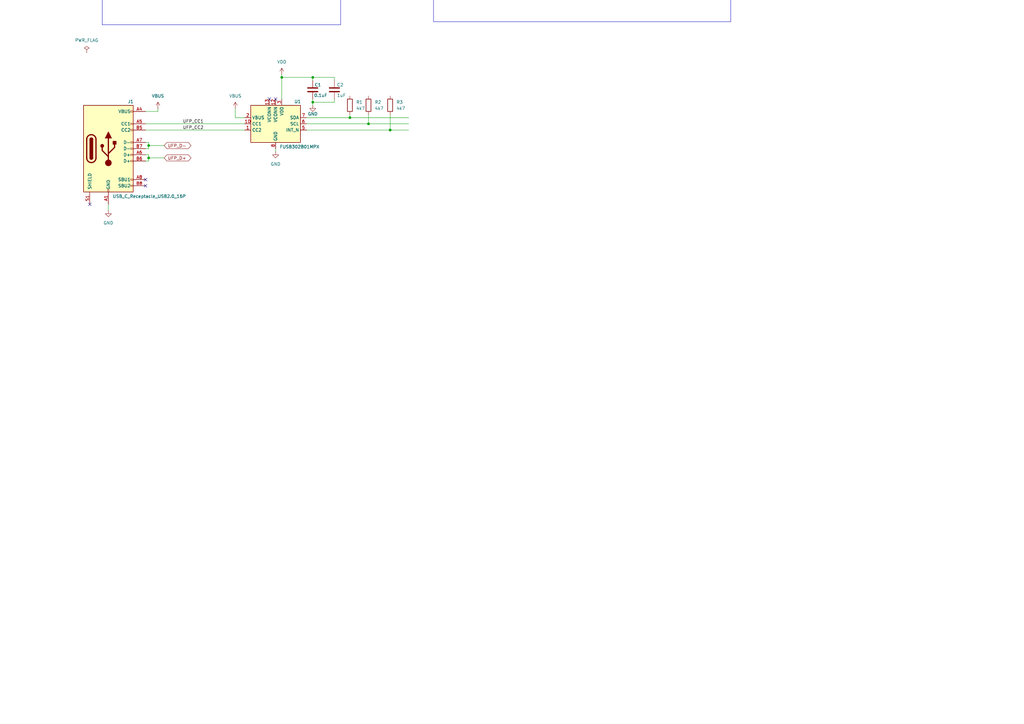
<source format=kicad_sch>
(kicad_sch (version 20250114) (generator "eeschema") (generator_version "9.0")
  (paper "A3")
  (lib_symbols
    (symbol "Connector:USB_C_Receptacle_USB2.0_16P" (pin_names (offset 1.016))
      (property "Reference" "J" (at 0 22.225 0))
      (property "Value" "USB_C_Receptacle_USB2.0_16P" (at 0 19.685 0))
      (symbol "USB_C_Receptacle_USB2.0_16P_0_0"
        (rectangle (start -0.254 -17.78) (end 0.254 -16.764))
        (rectangle (start 10.16 15.494) (end 9.144 14.986))
        (rectangle (start 10.16 10.414) (end 9.144 9.906))
        (rectangle (start 10.16 7.874) (end 9.144 7.366))
        (rectangle (start 10.16 2.794) (end 9.144 2.286))
        (rectangle (start 10.16 0.254) (end 9.144 -0.254))
        (rectangle (start 10.16 -2.286) (end 9.144 -2.794))
        (rectangle (start 10.16 -4.826) (end 9.144 -5.334))
        (rectangle (start 10.16 -12.446) (end 9.144 -12.954))
        (rectangle (start 10.16 -14.986) (end 9.144 -15.494))
      )
      (symbol "USB_C_Receptacle_USB2.0_16P_0_1"
        (rectangle (start -10.16 17.78) (end 10.16 -17.78) (stroke (width 0.254)) (fill (type background)))
        (polyline (pts (xy -8.89 -3.81) (xy -8.89 3.81)) (stroke (width 0.508)))
        (rectangle (start -7.62 -3.81) (end -6.35 3.81) (stroke (width 0.254)) (fill (type outline)))
        (arc (start -7.62 3.81) (mid -6.985 4.4423) (end -6.35 3.81) (stroke (width 0.254)))
        (arc (start -7.62 3.81) (mid -6.985 4.4423) (end -6.35 3.81) (stroke (width 0.254)) (fill (type outline)))
        (arc (start -8.89 3.81) (mid -6.985 5.7067) (end -5.08 3.81) (stroke (width 0.508)))
        (arc (start -5.08 -3.81) (mid -6.985 -5.7067) (end -8.89 -3.81) (stroke (width 0.508)))
        (arc (start -6.35 -3.81) (mid -6.985 -4.4423) (end -7.62 -3.81) (stroke (width 0.254)))
        (arc (start -6.35 -3.81) (mid -6.985 -4.4423) (end -7.62 -3.81) (stroke (width 0.254)) (fill (type outline)))
        (polyline (pts (xy -5.08 3.81) (xy -5.08 -3.81)) (stroke (width 0.508)))
        (circle (center -2.54 1.143) (radius 0.635) (stroke (width 0.254)) (fill (type outline)))
        (polyline (pts (xy -1.27 4.318) (xy 0 6.858) (xy 1.27 4.318) (xy -1.27 4.318)) (stroke (width 0.254)) (fill (type outline)))
        (polyline (pts (xy 0 -2.032) (xy 2.54 0.508) (xy 2.54 1.778)) (stroke (width 0.508)))
        (polyline (pts (xy 0 -3.302) (xy -2.54 -0.762) (xy -2.54 0.508)) (stroke (width 0.508)))
        (polyline (pts (xy 0 -5.842) (xy 0 4.318)) (stroke (width 0.508)))
        (circle (center 0 -5.842) (radius 1.27) (fill (type outline)))
        (rectangle (start 1.905 1.778) (end 3.175 3.048) (stroke (width 0.254)) (fill (type outline)))
      )
      (symbol "USB_C_Receptacle_USB2.0_16P_1_1"
        (pin passive line (at -7.62 -22.86 90) (length 5.08) (name "SHIELD") (number "S1"))
        (pin passive line (at 0 -22.86 90) (length 5.08) (name "GND") (number "A1"))
        (pin passive line (at 0 -22.86 90) (length 5.08) (hide yes) (name "GND") (number "A12"))
        (pin passive line (at 0 -22.86 90) (length 5.08) (hide yes) (name "GND") (number "B1"))
        (pin passive line (at 0 -22.86 90) (length 5.08) (hide yes) (name "GND") (number "B12"))
        (pin passive line (at 15.24 15.24 180) (length 5.08) (name "VBUS") (number "A4"))
        (pin passive line (at 15.24 15.24 180) (length 5.08) (hide yes) (name "VBUS") (number "A9"))
        (pin passive line (at 15.24 15.24 180) (length 5.08) (hide yes) (name "VBUS") (number "B4"))
        (pin passive line (at 15.24 15.24 180) (length 5.08) (hide yes) (name "VBUS") (number "B9"))
        (pin bidirectional line (at 15.24 10.16 180) (length 5.08) (name "CC1") (number "A5"))
        (pin bidirectional line (at 15.24 7.62 180) (length 5.08) (name "CC2") (number "B5"))
        (pin bidirectional line (at 15.24 2.54 180) (length 5.08) (name "D-") (number "A7"))
        (pin bidirectional line (at 15.24 0 180) (length 5.08) (name "D-") (number "B7"))
        (pin bidirectional line (at 15.24 -2.54 180) (length 5.08) (name "D+") (number "A6"))
        (pin bidirectional line (at 15.24 -5.08 180) (length 5.08) (name "D+") (number "B6"))
        (pin bidirectional line (at 15.24 -12.7 180) (length 5.08) (name "SBU1") (number "A8"))
        (pin bidirectional line (at 15.24 -15.24 180) (length 5.08) (name "SBU2") (number "B8"))
      )
    )
    (symbol "Device:C" (pin_numbers (hide yes)) (pin_names (offset 0.254))
      (property "Reference" "C" (at 0.635 2.54 0))
      (property "Value" "C" (at 0.635 -2.54 0))
      (symbol "C_0_1"
        (polyline (pts (xy -2.032 0.762) (xy 2.032 0.762)) (stroke (width 0.508)))
        (polyline (pts (xy -2.032 -0.762) (xy 2.032 -0.762)) (stroke (width 0.508)))
      )
      (symbol "C_1_1"
        (pin passive line (at 0 3.81 270) (length 2.794) (name "~") (number "1"))
        (pin passive line (at 0 -3.81 90) (length 2.794) (name "~") (number "2"))
      )
    )
    (symbol "Device:R" (pin_numbers (hide yes)) (pin_names (offset 0))
      (property "Reference" "R" (at 2.032 0 90))
      (property "Value" "R" (at 0 0 90))
      (symbol "R_0_1"
        (rectangle (start -1.016 -2.54) (end 1.016 2.54) (stroke (width 0.254)))
      )
      (symbol "R_1_1"
        (pin passive line (at 0 3.81 270) (length 1.27) (name "~") (number "1"))
        (pin passive line (at 0 -3.81 90) (length 1.27) (name "~") (number "2"))
      )
    )
    (symbol "Interface_USB:FUSB302B01MPX"
      (property "Reference" "U" (at -10.16 8.89 0))
      (property "Value" "FUSB302B01MPX" (at 3.81 8.89 0))
      (symbol "FUSB302B01MPX_0_1"
        (rectangle (start -10.16 7.62) (end 10.16 -7.62) (stroke (width 0.254)) (fill (type background)))
      )
      (symbol "FUSB302B01MPX_1_1"
        (pin bidirectional line (at -12.7 2.54 0) (length 2.54) (name "SDA") (number "7"))
        (pin input line (at -12.7 0 0) (length 2.54) (name "SCL") (number "6"))
        (pin open_collector line (at -12.7 -2.54 0) (length 2.54) (name "INT_N") (number "5"))
        (pin power_in line (at -2.54 10.16 270) (length 2.54) (name "VDD") (number "3"))
        (pin passive line (at -2.54 10.16 270) (length 2.54) (hide yes) (name "VDD") (number "4"))
        (pin power_in line (at 0 10.16 270) (length 2.54) (name "VCONN") (number "12"))
        (pin passive line (at 0 -10.16 90) (length 2.54) (hide yes) (name "GND") (number "15"))
        (pin power_in line (at 0 -10.16 90) (length 2.54) (name "GND") (number "8"))
        (pin passive line (at 0 -10.16 90) (length 2.54) (hide yes) (name "GND") (number "9"))
        (pin power_in line (at 2.54 10.16 270) (length 2.54) (name "VCONN") (number "13"))
        (pin input line (at 12.7 2.54 180) (length 2.54) (name "VBUS") (number "2"))
        (pin bidirectional line (at 12.7 0 180) (length 2.54) (name "CC1") (number "10"))
        (pin bidirectional line (at 12.7 0 180) (length 2.54) (hide yes) (name "CC1") (number "11"))
        (pin bidirectional line (at 12.7 -2.54 180) (length 2.54) (name "CC2") (number "1"))
        (pin bidirectional line (at 12.7 -2.54 180) (length 2.54) (hide yes) (name "CC2") (number "14"))
      )
    )
    (symbol "power:GND" (power) (pin_numbers (hide yes)) (pin_names (offset 0) (hide yes))
      (property "Value" "GND" (at 0 -3.81 0))
      (symbol "GND_0_1"
        (polyline (pts (xy 0 0) (xy 0 -1.27) (xy 1.27 -1.27) (xy 0 -2.54) (xy -1.27 -1.27) (xy 0 -1.27)))
      )
      (symbol "GND_1_1"
        (pin power_in line (at 0 0 270) (length 0) (name "~") (number "1"))
      )
    )
    (symbol "power:PWR_FLAG" (power) (pin_numbers (hide yes)) (pin_names (offset 0) (hide yes))
      (property "Value" "PWR_FLAG" (at 0 3.81 0))
      (symbol "PWR_FLAG_0_0"
        (pin power_out line (at 0 0 90) (length 0) (name "~") (number "1"))
      )
      (symbol "PWR_FLAG_0_1"
        (polyline (pts (xy 0 0) (xy 0 1.27) (xy -1.016 1.905) (xy 0 2.54) (xy 1.016 1.905) (xy 0 1.27)))
      )
    )
    (symbol "power:VBUS" (power) (pin_numbers (hide yes)) (pin_names (offset 0) (hide yes))
      (property "Value" "VBUS" (at 0 3.556 0))
      (symbol "VBUS_0_1"
        (polyline (pts (xy -0.762 1.27) (xy 0 2.54)))
        (polyline (pts (xy 0 2.54) (xy 0.762 1.27)))
        (polyline (pts (xy 0 0) (xy 0 2.54)))
      )
      (symbol "VBUS_1_1"
        (pin power_in line (at 0 0 90) (length 0) (name "~") (number "1"))
      )
    )
    (symbol "power:VDD" (power) (pin_numbers (hide yes)) (pin_names (offset 0) (hide yes))
      (property "Value" "VDD" (at 0 3.556 0))
      (symbol "VDD_0_1"
        (polyline (pts (xy -0.762 1.27) (xy 0 2.54)))
        (polyline (pts (xy 0 2.54) (xy 0.762 1.27)))
        (polyline (pts (xy 0 0) (xy 0 2.54)))
      )
      (symbol "VDD_1_1"
        (pin power_in line (at 0 0 90) (length 0) (name "~") (number "1"))
      )
    )
  )
  (text_box "ADD:\n- LiPo charger + JST connector (choose one that can enable with soft on/off) and switch to toggle battery on/off\n- SWD connector\n- DFP with power switch and one direction\n- DFP SBU pins serial data with mux that toggles when PD communication negotiates alt mode (needs software)\n- Add EByte nRF52840\n- Reset switch\n- Add ESD protection on USB ports\n- " (at 177.8 -20.32 0) (size 121.92 29.21) (margins 0.9525 0.9525 0.9525 0.9525) (effects (font (size 1.27 1.27)) (justify left top)))
  (text_box "TODO:\n- do we need to connect the shield? What are the rules related to this?" (at 41.91 -19.05 0) (size 97.79 29.21) (margins 0.9525 0.9525 0.9525 0.9525) (effects (font (size 1.27 1.27)) (justify left top)))
  (junction (at 128.27 41.91))
  (junction (at 143.51 48.26))
  (junction (at 160.02 53.34))
  (junction (at 128.27 31.75))
  (junction (at 115.57 31.75))
  (junction (at 60.96 64.77))
  (junction (at 151.13 50.8))
  (junction (at 60.96 59.69))
  (no_connect (at 113.03 40.64))
  (no_connect (at 110.49 40.64))
  (no_connect (at 59.69 73.66))
  (no_connect (at 59.69 76.2))
  (no_connect (at 36.83 83.82))
  (wire (pts (xy 60.96 60.96) (xy 60.96 59.69)))
  (wire (pts (xy 60.96 59.69) (xy 60.96 58.42)))
  (wire (pts (xy 160.02 53.34) (xy 167.64 53.34)))
  (wire (pts (xy 115.57 31.75) (xy 128.27 31.75)))
  (wire (pts (xy 128.27 43.18) (xy 128.27 41.91)))
  (wire (pts (xy 151.13 50.8) (xy 167.64 50.8)))
  (wire (pts (xy 137.16 33.02) (xy 137.16 31.75)))
  (wire (pts (xy 60.96 64.77) (xy 67.31 64.77)))
  (wire (pts (xy 60.96 66.04) (xy 60.96 64.77)))
  (wire (pts (xy 60.96 64.77) (xy 60.96 63.5)))
  (wire (pts (xy 137.16 31.75) (xy 128.27 31.75)))
  (wire (pts (xy 115.57 31.75) (xy 115.57 40.64)))
  (wire (pts (xy 60.96 59.69) (xy 67.31 59.69)))
  (wire (pts (xy 128.27 33.02) (xy 128.27 31.75)))
  (wire (pts (xy 137.16 40.64) (xy 137.16 41.91)))
  (wire (pts (xy 59.69 60.96) (xy 60.96 60.96)))
  (wire (pts (xy 115.57 30.48) (xy 115.57 31.75)))
  (wire (pts (xy 137.16 41.91) (xy 128.27 41.91)))
  (wire (pts (xy 113.03 60.96) (xy 113.03 62.23)))
  (wire (pts (xy 64.77 45.72) (xy 59.69 45.72)))
  (wire (pts (xy 59.69 63.5) (xy 60.96 63.5)))
  (wire (pts (xy 64.77 44.45) (xy 64.77 45.72)))
  (wire (pts (xy 59.69 53.34) (xy 100.33 53.34)))
  (wire (pts (xy 128.27 40.64) (xy 128.27 41.91)))
  (wire (pts (xy 125.73 48.26) (xy 143.51 48.26)))
  (wire (pts (xy 59.69 58.42) (xy 60.96 58.42)))
  (wire (pts (xy 160.02 46.99) (xy 160.02 53.34)))
  (wire (pts (xy 44.45 83.82) (xy 44.45 86.36)))
  (wire (pts (xy 143.51 48.26) (xy 167.64 48.26)))
  (wire (pts (xy 143.51 46.99) (xy 143.51 48.26)))
  (wire (pts (xy 59.69 50.8) (xy 100.33 50.8)))
  (wire (pts (xy 59.69 66.04) (xy 60.96 66.04)))
  (wire (pts (xy 96.52 44.45) (xy 96.52 48.26)))
  (wire (pts (xy 96.52 48.26) (xy 100.33 48.26)))
  (wire (pts (xy 125.73 50.8) (xy 151.13 50.8)))
  (wire (pts (xy 125.73 53.34) (xy 160.02 53.34)))
  (wire (pts (xy 151.13 46.99) (xy 151.13 50.8)))
  (label "UFP_CC2" (at 74.93 53.34 0))
  (label "UFP_CC1" (at 74.93 50.8 0))
  (global_label "UFP_D-" (shape bidirectional) (at 67.31 59.69 0) (property "Intersheetrefs" "${INTERSHEET_REFS}" (effects (hide yes))))
  (global_label "UFP_D+" (shape bidirectional) (at 67.31 64.77 0) (property "Intersheetrefs" "${INTERSHEET_REFS}" (effects (hide yes))))
  (symbol (lib_id "power:GND") (at 44.45 86.36 0) (unit 1)
    (property "Reference" "#PWR03" (effects (hide yes)))
    (property "Value" "GND" (at 44.45 91.44 0))
    (property "Description" "Power symbol creates a global label with name \"GND\" , ground" (effects (hide yes)))
  )
  (symbol (lib_id "power:PWR_FLAG") (at 35.56 21.59 0) (unit 1)
    (property "Reference" "#FLG01" (effects (hide yes)))
    (property "Value" "PWR_FLAG" (at 35.56 16.51 0))
    (property "Description" "Special symbol for telling ERC where power comes from" (effects (hide yes)))
  )
  (symbol (lib_id "Connector:USB_C_Receptacle_USB2.0_16P") (at 44.45 60.96 0) (unit 1)
    (property "Reference" "J1" (at 53.594 41.656 0))
    (property "Value" "USB_C_Receptacle_USB2.0_16P" (at 61.214 80.518 0))
    (property "Footprint" "stellar:USB4510031A" (effects (hide yes)))
    (property "Datasheet" "https://www.usb.org/sites/default/files/documents/usb_type-c.zip" (effects (hide yes)))
    (property "Description" "USB 2.0-only 16P Type-C Receptacle connector" (effects (hide yes)))
  )
  (symbol (lib_id "power:VBUS") (at 96.52 44.45 0) (unit 1)
    (property "Reference" "#PWR02" (effects (hide yes)))
    (property "Value" "VBUS" (at 96.52 39.37 0))
    (property "Description" "Power symbol creates a global label with name \"VBUS\"" (effects (hide yes)))
  )
  (symbol (lib_id "Device:R") (at 160.02 43.18 0) (unit 1)
    (property "Reference" "R3" (at 162.56 41.9099 0) (effects (justify left)))
    (property "Value" "4k7" (at 162.56 44.4499 0) (effects (justify left)))
    (property "Description" "Resistor" (effects (hide yes)))
  )
  (symbol (lib_id "power:GND") (at 128.27 43.18 0) (unit 1)
    (property "Reference" "#PWR07" (effects (hide yes)))
    (property "Value" "GND" (at 128.27 46.736 0))
    (property "Description" "Power symbol creates a global label with name \"GND\" , ground" (effects (hide yes)))
  )
  (symbol (lib_id "Device:C") (at 128.27 36.83 0) (unit 1)
    (property "Reference" "C1" (at 129.032 34.798 0) (effects (justify left)))
    (property "Value" "0.1uF" (at 128.778 39.116 0) (effects (justify left)))
    (property "Description" "Unpolarized capacitor" (effects (hide yes)))
  )
  (symbol (lib_id "power:GND") (at 113.03 62.23 0) (unit 1)
    (property "Reference" "#PWR04" (effects (hide yes)))
    (property "Value" "GND" (at 113.03 67.31 0))
    (property "Description" "Power symbol creates a global label with name \"GND\" , ground" (effects (hide yes)))
  )
  (symbol (lib_id "Device:R") (at 151.13 43.18 0) (unit 1)
    (property "Reference" "R2" (at 153.67 41.9099 0) (effects (justify left)))
    (property "Value" "4k7" (at 153.67 44.4499 0) (effects (justify left)))
    (property "Description" "Resistor" (effects (hide yes)))
  )
  (symbol (lib_id "Device:R") (at 143.51 43.18 0) (unit 1)
    (property "Reference" "R1" (at 146.05 41.9099 0) (effects (justify left)))
    (property "Value" "4k7" (at 146.05 44.4499 0) (effects (justify left)))
    (property "Description" "Resistor" (effects (hide yes)))
  )
  (symbol (lib_id "power:VBUS") (at 64.77 44.45 0) (unit 1)
    (property "Reference" "#PWR01" (effects (hide yes)))
    (property "Value" "VBUS" (at 64.77 39.37 0))
    (property "Description" "Power symbol creates a global label with name \"VBUS\"" (effects (hide yes)))
  )
  (symbol (lib_id "Interface_USB:FUSB302B01MPX") (at 113.03 50.8 0) (mirror y) (unit 1)
    (property "Reference" "U1" (at 123.444 41.656 0) (effects (justify left)))
    (property "Value" "FUSB302B01MPX" (at 131.064 60.198 0) (effects (justify left)))
    (property "Footprint" "Package_DFN_QFN:WQFN-14-1EP_2.5x2.5mm_P0.5mm_EP1.45x1.45mm" (effects (hide yes)))
    (property "Datasheet" "http://www.onsemi.com/pub/Collateral/FUSB302B-D.PDF" (effects (hide yes)))
    (property "Description" "Programmable USB Type-C Controller w/PD, I2C address 0x23, WQFN-14" (effects (hide yes)))
  )
  (symbol (lib_id "Device:C") (at 137.16 36.83 0) (unit 1)
    (property "Reference" "C2" (at 138.176 34.798 0) (effects (justify left)))
    (property "Value" "1uF" (at 138.176 39.116 0) (effects (justify left)))
    (property "Description" "Unpolarized capacitor" (effects (hide yes)))
  )
  (symbol (lib_id "power:VDD") (at 115.57 30.48 0) (unit 1)
    (property "Reference" "#PWR06" (effects (hide yes)))
    (property "Value" "VDD" (at 115.57 25.4 0))
    (property "Description" "Power symbol creates a global label with name \"VDD\"" (effects (hide yes)))
  )
)
</source>
